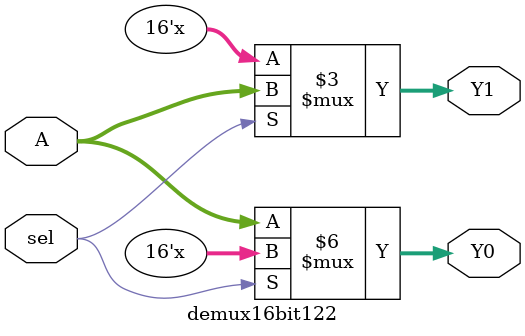
<source format=v>
`timescale 1ns / 1ps
module demux16bit122(
    input [15:0] A,
    input sel,
    output reg [15:0] Y0,
    output reg [15:0] Y1
    );

always @* begin
    if (sel) begin
        Y1 = A;
    end else begin
        Y0 = A; 
    end
end

endmodule

</source>
